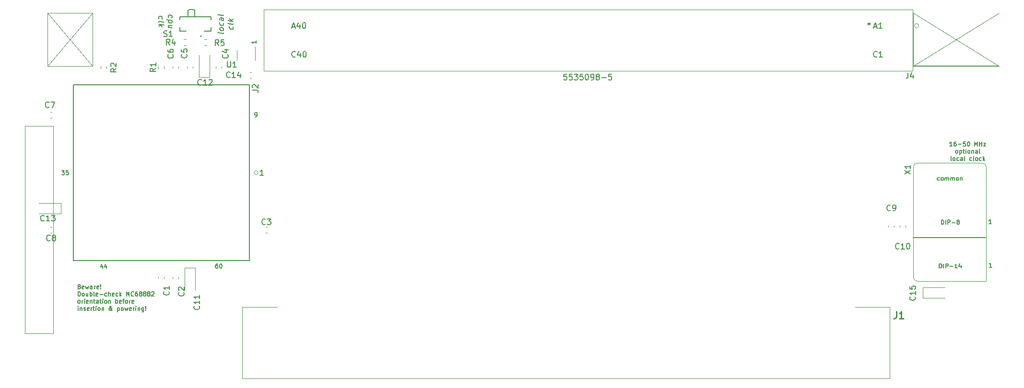
<source format=gbr>
%TF.GenerationSoftware,KiCad,Pcbnew,5.1.9+dfsg1-1~bpo10+1*%
%TF.CreationDate,2023-04-14T13:40:22+02:00*%
%TF.ProjectId,IIsiPDSAdapter,49497369-5044-4534-9164-61707465722e,rev?*%
%TF.SameCoordinates,Original*%
%TF.FileFunction,Legend,Top*%
%TF.FilePolarity,Positive*%
%FSLAX46Y46*%
G04 Gerber Fmt 4.6, Leading zero omitted, Abs format (unit mm)*
G04 Created by KiCad (PCBNEW 5.1.9+dfsg1-1~bpo10+1) date 2023-04-14 13:40:22*
%MOMM*%
%LPD*%
G01*
G04 APERTURE LIST*
%ADD10C,0.150000*%
%ADD11C,0.200000*%
%ADD12C,0.120000*%
%ADD13C,0.127000*%
%ADD14C,0.050000*%
%ADD15C,0.100000*%
%ADD16C,0.254000*%
G04 APERTURE END LIST*
D10*
X64566071Y-146393928D02*
X64673214Y-146429642D01*
X64708928Y-146465357D01*
X64744642Y-146536785D01*
X64744642Y-146643928D01*
X64708928Y-146715357D01*
X64673214Y-146751071D01*
X64601785Y-146786785D01*
X64316071Y-146786785D01*
X64316071Y-146036785D01*
X64566071Y-146036785D01*
X64637500Y-146072500D01*
X64673214Y-146108214D01*
X64708928Y-146179642D01*
X64708928Y-146251071D01*
X64673214Y-146322500D01*
X64637500Y-146358214D01*
X64566071Y-146393928D01*
X64316071Y-146393928D01*
X65351785Y-146751071D02*
X65280357Y-146786785D01*
X65137500Y-146786785D01*
X65066071Y-146751071D01*
X65030357Y-146679642D01*
X65030357Y-146393928D01*
X65066071Y-146322500D01*
X65137500Y-146286785D01*
X65280357Y-146286785D01*
X65351785Y-146322500D01*
X65387500Y-146393928D01*
X65387500Y-146465357D01*
X65030357Y-146536785D01*
X65637500Y-146286785D02*
X65780357Y-146786785D01*
X65923214Y-146429642D01*
X66066071Y-146786785D01*
X66208928Y-146286785D01*
X66816071Y-146786785D02*
X66816071Y-146393928D01*
X66780357Y-146322500D01*
X66708928Y-146286785D01*
X66566071Y-146286785D01*
X66494642Y-146322500D01*
X66816071Y-146751071D02*
X66744642Y-146786785D01*
X66566071Y-146786785D01*
X66494642Y-146751071D01*
X66458928Y-146679642D01*
X66458928Y-146608214D01*
X66494642Y-146536785D01*
X66566071Y-146501071D01*
X66744642Y-146501071D01*
X66816071Y-146465357D01*
X67173214Y-146786785D02*
X67173214Y-146286785D01*
X67173214Y-146429642D02*
X67208928Y-146358214D01*
X67244642Y-146322500D01*
X67316071Y-146286785D01*
X67387500Y-146286785D01*
X67923214Y-146751071D02*
X67851785Y-146786785D01*
X67708928Y-146786785D01*
X67637500Y-146751071D01*
X67601785Y-146679642D01*
X67601785Y-146393928D01*
X67637500Y-146322500D01*
X67708928Y-146286785D01*
X67851785Y-146286785D01*
X67923214Y-146322500D01*
X67958928Y-146393928D01*
X67958928Y-146465357D01*
X67601785Y-146536785D01*
X68280357Y-146715357D02*
X68316071Y-146751071D01*
X68280357Y-146786785D01*
X68244642Y-146751071D01*
X68280357Y-146715357D01*
X68280357Y-146786785D01*
X68280357Y-146501071D02*
X68244642Y-146072500D01*
X68280357Y-146036785D01*
X68316071Y-146072500D01*
X68280357Y-146501071D01*
X68280357Y-146036785D01*
X64316071Y-148061785D02*
X64316071Y-147311785D01*
X64494642Y-147311785D01*
X64601785Y-147347500D01*
X64673214Y-147418928D01*
X64708928Y-147490357D01*
X64744642Y-147633214D01*
X64744642Y-147740357D01*
X64708928Y-147883214D01*
X64673214Y-147954642D01*
X64601785Y-148026071D01*
X64494642Y-148061785D01*
X64316071Y-148061785D01*
X65173214Y-148061785D02*
X65101785Y-148026071D01*
X65066071Y-147990357D01*
X65030357Y-147918928D01*
X65030357Y-147704642D01*
X65066071Y-147633214D01*
X65101785Y-147597500D01*
X65173214Y-147561785D01*
X65280357Y-147561785D01*
X65351785Y-147597500D01*
X65387500Y-147633214D01*
X65423214Y-147704642D01*
X65423214Y-147918928D01*
X65387500Y-147990357D01*
X65351785Y-148026071D01*
X65280357Y-148061785D01*
X65173214Y-148061785D01*
X66066071Y-147561785D02*
X66066071Y-148061785D01*
X65744642Y-147561785D02*
X65744642Y-147954642D01*
X65780357Y-148026071D01*
X65851785Y-148061785D01*
X65958928Y-148061785D01*
X66030357Y-148026071D01*
X66066071Y-147990357D01*
X66423214Y-148061785D02*
X66423214Y-147311785D01*
X66423214Y-147597500D02*
X66494642Y-147561785D01*
X66637500Y-147561785D01*
X66708928Y-147597500D01*
X66744642Y-147633214D01*
X66780357Y-147704642D01*
X66780357Y-147918928D01*
X66744642Y-147990357D01*
X66708928Y-148026071D01*
X66637500Y-148061785D01*
X66494642Y-148061785D01*
X66423214Y-148026071D01*
X67208928Y-148061785D02*
X67137500Y-148026071D01*
X67101785Y-147954642D01*
X67101785Y-147311785D01*
X67780357Y-148026071D02*
X67708928Y-148061785D01*
X67566071Y-148061785D01*
X67494642Y-148026071D01*
X67458928Y-147954642D01*
X67458928Y-147668928D01*
X67494642Y-147597500D01*
X67566071Y-147561785D01*
X67708928Y-147561785D01*
X67780357Y-147597500D01*
X67816071Y-147668928D01*
X67816071Y-147740357D01*
X67458928Y-147811785D01*
X68137500Y-147776071D02*
X68708928Y-147776071D01*
X69387500Y-148026071D02*
X69316071Y-148061785D01*
X69173214Y-148061785D01*
X69101785Y-148026071D01*
X69066071Y-147990357D01*
X69030357Y-147918928D01*
X69030357Y-147704642D01*
X69066071Y-147633214D01*
X69101785Y-147597500D01*
X69173214Y-147561785D01*
X69316071Y-147561785D01*
X69387500Y-147597500D01*
X69708928Y-148061785D02*
X69708928Y-147311785D01*
X70030357Y-148061785D02*
X70030357Y-147668928D01*
X69994642Y-147597500D01*
X69923214Y-147561785D01*
X69816071Y-147561785D01*
X69744642Y-147597500D01*
X69708928Y-147633214D01*
X70673214Y-148026071D02*
X70601785Y-148061785D01*
X70458928Y-148061785D01*
X70387500Y-148026071D01*
X70351785Y-147954642D01*
X70351785Y-147668928D01*
X70387500Y-147597500D01*
X70458928Y-147561785D01*
X70601785Y-147561785D01*
X70673214Y-147597500D01*
X70708928Y-147668928D01*
X70708928Y-147740357D01*
X70351785Y-147811785D01*
X71351785Y-148026071D02*
X71280357Y-148061785D01*
X71137500Y-148061785D01*
X71066071Y-148026071D01*
X71030357Y-147990357D01*
X70994642Y-147918928D01*
X70994642Y-147704642D01*
X71030357Y-147633214D01*
X71066071Y-147597500D01*
X71137500Y-147561785D01*
X71280357Y-147561785D01*
X71351785Y-147597500D01*
X71673214Y-148061785D02*
X71673214Y-147311785D01*
X71744642Y-147776071D02*
X71958928Y-148061785D01*
X71958928Y-147561785D02*
X71673214Y-147847500D01*
X72851785Y-148061785D02*
X72851785Y-147311785D01*
X73101785Y-147847500D01*
X73351785Y-147311785D01*
X73351785Y-148061785D01*
X74137500Y-147990357D02*
X74101785Y-148026071D01*
X73994642Y-148061785D01*
X73923214Y-148061785D01*
X73816071Y-148026071D01*
X73744642Y-147954642D01*
X73708928Y-147883214D01*
X73673214Y-147740357D01*
X73673214Y-147633214D01*
X73708928Y-147490357D01*
X73744642Y-147418928D01*
X73816071Y-147347500D01*
X73923214Y-147311785D01*
X73994642Y-147311785D01*
X74101785Y-147347500D01*
X74137500Y-147383214D01*
X74780357Y-147311785D02*
X74637500Y-147311785D01*
X74566071Y-147347500D01*
X74530357Y-147383214D01*
X74458928Y-147490357D01*
X74423214Y-147633214D01*
X74423214Y-147918928D01*
X74458928Y-147990357D01*
X74494642Y-148026071D01*
X74566071Y-148061785D01*
X74708928Y-148061785D01*
X74780357Y-148026071D01*
X74816071Y-147990357D01*
X74851785Y-147918928D01*
X74851785Y-147740357D01*
X74816071Y-147668928D01*
X74780357Y-147633214D01*
X74708928Y-147597500D01*
X74566071Y-147597500D01*
X74494642Y-147633214D01*
X74458928Y-147668928D01*
X74423214Y-147740357D01*
X75280357Y-147633214D02*
X75208928Y-147597500D01*
X75173214Y-147561785D01*
X75137500Y-147490357D01*
X75137500Y-147454642D01*
X75173214Y-147383214D01*
X75208928Y-147347500D01*
X75280357Y-147311785D01*
X75423214Y-147311785D01*
X75494642Y-147347500D01*
X75530357Y-147383214D01*
X75566071Y-147454642D01*
X75566071Y-147490357D01*
X75530357Y-147561785D01*
X75494642Y-147597500D01*
X75423214Y-147633214D01*
X75280357Y-147633214D01*
X75208928Y-147668928D01*
X75173214Y-147704642D01*
X75137500Y-147776071D01*
X75137500Y-147918928D01*
X75173214Y-147990357D01*
X75208928Y-148026071D01*
X75280357Y-148061785D01*
X75423214Y-148061785D01*
X75494642Y-148026071D01*
X75530357Y-147990357D01*
X75566071Y-147918928D01*
X75566071Y-147776071D01*
X75530357Y-147704642D01*
X75494642Y-147668928D01*
X75423214Y-147633214D01*
X75994642Y-147633214D02*
X75923214Y-147597500D01*
X75887500Y-147561785D01*
X75851785Y-147490357D01*
X75851785Y-147454642D01*
X75887500Y-147383214D01*
X75923214Y-147347500D01*
X75994642Y-147311785D01*
X76137500Y-147311785D01*
X76208928Y-147347500D01*
X76244642Y-147383214D01*
X76280357Y-147454642D01*
X76280357Y-147490357D01*
X76244642Y-147561785D01*
X76208928Y-147597500D01*
X76137500Y-147633214D01*
X75994642Y-147633214D01*
X75923214Y-147668928D01*
X75887500Y-147704642D01*
X75851785Y-147776071D01*
X75851785Y-147918928D01*
X75887500Y-147990357D01*
X75923214Y-148026071D01*
X75994642Y-148061785D01*
X76137500Y-148061785D01*
X76208928Y-148026071D01*
X76244642Y-147990357D01*
X76280357Y-147918928D01*
X76280357Y-147776071D01*
X76244642Y-147704642D01*
X76208928Y-147668928D01*
X76137500Y-147633214D01*
X76708928Y-147633214D02*
X76637500Y-147597500D01*
X76601785Y-147561785D01*
X76566071Y-147490357D01*
X76566071Y-147454642D01*
X76601785Y-147383214D01*
X76637500Y-147347500D01*
X76708928Y-147311785D01*
X76851785Y-147311785D01*
X76923214Y-147347500D01*
X76958928Y-147383214D01*
X76994642Y-147454642D01*
X76994642Y-147490357D01*
X76958928Y-147561785D01*
X76923214Y-147597500D01*
X76851785Y-147633214D01*
X76708928Y-147633214D01*
X76637500Y-147668928D01*
X76601785Y-147704642D01*
X76566071Y-147776071D01*
X76566071Y-147918928D01*
X76601785Y-147990357D01*
X76637500Y-148026071D01*
X76708928Y-148061785D01*
X76851785Y-148061785D01*
X76923214Y-148026071D01*
X76958928Y-147990357D01*
X76994642Y-147918928D01*
X76994642Y-147776071D01*
X76958928Y-147704642D01*
X76923214Y-147668928D01*
X76851785Y-147633214D01*
X77280357Y-147383214D02*
X77316071Y-147347500D01*
X77387500Y-147311785D01*
X77566071Y-147311785D01*
X77637500Y-147347500D01*
X77673214Y-147383214D01*
X77708928Y-147454642D01*
X77708928Y-147526071D01*
X77673214Y-147633214D01*
X77244642Y-148061785D01*
X77708928Y-148061785D01*
X64423214Y-149336785D02*
X64351785Y-149301071D01*
X64316071Y-149265357D01*
X64280357Y-149193928D01*
X64280357Y-148979642D01*
X64316071Y-148908214D01*
X64351785Y-148872500D01*
X64423214Y-148836785D01*
X64530357Y-148836785D01*
X64601785Y-148872500D01*
X64637500Y-148908214D01*
X64673214Y-148979642D01*
X64673214Y-149193928D01*
X64637500Y-149265357D01*
X64601785Y-149301071D01*
X64530357Y-149336785D01*
X64423214Y-149336785D01*
X64994642Y-149336785D02*
X64994642Y-148836785D01*
X64994642Y-148979642D02*
X65030357Y-148908214D01*
X65066071Y-148872500D01*
X65137500Y-148836785D01*
X65208928Y-148836785D01*
X65458928Y-149336785D02*
X65458928Y-148836785D01*
X65458928Y-148586785D02*
X65423214Y-148622500D01*
X65458928Y-148658214D01*
X65494642Y-148622500D01*
X65458928Y-148586785D01*
X65458928Y-148658214D01*
X66101785Y-149301071D02*
X66030357Y-149336785D01*
X65887500Y-149336785D01*
X65816071Y-149301071D01*
X65780357Y-149229642D01*
X65780357Y-148943928D01*
X65816071Y-148872500D01*
X65887500Y-148836785D01*
X66030357Y-148836785D01*
X66101785Y-148872500D01*
X66137500Y-148943928D01*
X66137500Y-149015357D01*
X65780357Y-149086785D01*
X66458928Y-148836785D02*
X66458928Y-149336785D01*
X66458928Y-148908214D02*
X66494642Y-148872500D01*
X66566071Y-148836785D01*
X66673214Y-148836785D01*
X66744642Y-148872500D01*
X66780357Y-148943928D01*
X66780357Y-149336785D01*
X67030357Y-148836785D02*
X67316071Y-148836785D01*
X67137500Y-148586785D02*
X67137500Y-149229642D01*
X67173214Y-149301071D01*
X67244642Y-149336785D01*
X67316071Y-149336785D01*
X67887500Y-149336785D02*
X67887500Y-148943928D01*
X67851785Y-148872500D01*
X67780357Y-148836785D01*
X67637500Y-148836785D01*
X67566071Y-148872500D01*
X67887500Y-149301071D02*
X67816071Y-149336785D01*
X67637500Y-149336785D01*
X67566071Y-149301071D01*
X67530357Y-149229642D01*
X67530357Y-149158214D01*
X67566071Y-149086785D01*
X67637500Y-149051071D01*
X67816071Y-149051071D01*
X67887500Y-149015357D01*
X68137500Y-148836785D02*
X68423214Y-148836785D01*
X68244642Y-148586785D02*
X68244642Y-149229642D01*
X68280357Y-149301071D01*
X68351785Y-149336785D01*
X68423214Y-149336785D01*
X68673214Y-149336785D02*
X68673214Y-148836785D01*
X68673214Y-148586785D02*
X68637500Y-148622500D01*
X68673214Y-148658214D01*
X68708928Y-148622500D01*
X68673214Y-148586785D01*
X68673214Y-148658214D01*
X69137500Y-149336785D02*
X69066071Y-149301071D01*
X69030357Y-149265357D01*
X68994642Y-149193928D01*
X68994642Y-148979642D01*
X69030357Y-148908214D01*
X69066071Y-148872500D01*
X69137500Y-148836785D01*
X69244642Y-148836785D01*
X69316071Y-148872500D01*
X69351785Y-148908214D01*
X69387500Y-148979642D01*
X69387500Y-149193928D01*
X69351785Y-149265357D01*
X69316071Y-149301071D01*
X69244642Y-149336785D01*
X69137500Y-149336785D01*
X69708928Y-148836785D02*
X69708928Y-149336785D01*
X69708928Y-148908214D02*
X69744642Y-148872500D01*
X69816071Y-148836785D01*
X69923214Y-148836785D01*
X69994642Y-148872500D01*
X70030357Y-148943928D01*
X70030357Y-149336785D01*
X70958928Y-149336785D02*
X70958928Y-148586785D01*
X70958928Y-148872500D02*
X71030357Y-148836785D01*
X71173214Y-148836785D01*
X71244642Y-148872500D01*
X71280357Y-148908214D01*
X71316071Y-148979642D01*
X71316071Y-149193928D01*
X71280357Y-149265357D01*
X71244642Y-149301071D01*
X71173214Y-149336785D01*
X71030357Y-149336785D01*
X70958928Y-149301071D01*
X71923214Y-149301071D02*
X71851785Y-149336785D01*
X71708928Y-149336785D01*
X71637500Y-149301071D01*
X71601785Y-149229642D01*
X71601785Y-148943928D01*
X71637500Y-148872500D01*
X71708928Y-148836785D01*
X71851785Y-148836785D01*
X71923214Y-148872500D01*
X71958928Y-148943928D01*
X71958928Y-149015357D01*
X71601785Y-149086785D01*
X72173214Y-148836785D02*
X72458928Y-148836785D01*
X72280357Y-149336785D02*
X72280357Y-148693928D01*
X72316071Y-148622500D01*
X72387500Y-148586785D01*
X72458928Y-148586785D01*
X72816071Y-149336785D02*
X72744642Y-149301071D01*
X72708928Y-149265357D01*
X72673214Y-149193928D01*
X72673214Y-148979642D01*
X72708928Y-148908214D01*
X72744642Y-148872500D01*
X72816071Y-148836785D01*
X72923214Y-148836785D01*
X72994642Y-148872500D01*
X73030357Y-148908214D01*
X73066071Y-148979642D01*
X73066071Y-149193928D01*
X73030357Y-149265357D01*
X72994642Y-149301071D01*
X72923214Y-149336785D01*
X72816071Y-149336785D01*
X73387500Y-149336785D02*
X73387500Y-148836785D01*
X73387500Y-148979642D02*
X73423214Y-148908214D01*
X73458928Y-148872500D01*
X73530357Y-148836785D01*
X73601785Y-148836785D01*
X74137500Y-149301071D02*
X74066071Y-149336785D01*
X73923214Y-149336785D01*
X73851785Y-149301071D01*
X73816071Y-149229642D01*
X73816071Y-148943928D01*
X73851785Y-148872500D01*
X73923214Y-148836785D01*
X74066071Y-148836785D01*
X74137500Y-148872500D01*
X74173214Y-148943928D01*
X74173214Y-149015357D01*
X73816071Y-149086785D01*
X64316071Y-150611785D02*
X64316071Y-150111785D01*
X64316071Y-149861785D02*
X64280357Y-149897500D01*
X64316071Y-149933214D01*
X64351785Y-149897500D01*
X64316071Y-149861785D01*
X64316071Y-149933214D01*
X64673214Y-150111785D02*
X64673214Y-150611785D01*
X64673214Y-150183214D02*
X64708928Y-150147500D01*
X64780357Y-150111785D01*
X64887500Y-150111785D01*
X64958928Y-150147500D01*
X64994642Y-150218928D01*
X64994642Y-150611785D01*
X65316071Y-150576071D02*
X65387500Y-150611785D01*
X65530357Y-150611785D01*
X65601785Y-150576071D01*
X65637500Y-150504642D01*
X65637500Y-150468928D01*
X65601785Y-150397500D01*
X65530357Y-150361785D01*
X65423214Y-150361785D01*
X65351785Y-150326071D01*
X65316071Y-150254642D01*
X65316071Y-150218928D01*
X65351785Y-150147500D01*
X65423214Y-150111785D01*
X65530357Y-150111785D01*
X65601785Y-150147500D01*
X66244642Y-150576071D02*
X66173214Y-150611785D01*
X66030357Y-150611785D01*
X65958928Y-150576071D01*
X65923214Y-150504642D01*
X65923214Y-150218928D01*
X65958928Y-150147500D01*
X66030357Y-150111785D01*
X66173214Y-150111785D01*
X66244642Y-150147500D01*
X66280357Y-150218928D01*
X66280357Y-150290357D01*
X65923214Y-150361785D01*
X66601785Y-150611785D02*
X66601785Y-150111785D01*
X66601785Y-150254642D02*
X66637500Y-150183214D01*
X66673214Y-150147500D01*
X66744642Y-150111785D01*
X66816071Y-150111785D01*
X66958928Y-150111785D02*
X67244642Y-150111785D01*
X67066071Y-149861785D02*
X67066071Y-150504642D01*
X67101785Y-150576071D01*
X67173214Y-150611785D01*
X67244642Y-150611785D01*
X67494642Y-150611785D02*
X67494642Y-150111785D01*
X67494642Y-149861785D02*
X67458928Y-149897500D01*
X67494642Y-149933214D01*
X67530357Y-149897500D01*
X67494642Y-149861785D01*
X67494642Y-149933214D01*
X67958928Y-150611785D02*
X67887500Y-150576071D01*
X67851785Y-150540357D01*
X67816071Y-150468928D01*
X67816071Y-150254642D01*
X67851785Y-150183214D01*
X67887500Y-150147500D01*
X67958928Y-150111785D01*
X68066071Y-150111785D01*
X68137500Y-150147500D01*
X68173214Y-150183214D01*
X68208928Y-150254642D01*
X68208928Y-150468928D01*
X68173214Y-150540357D01*
X68137500Y-150576071D01*
X68066071Y-150611785D01*
X67958928Y-150611785D01*
X68530357Y-150111785D02*
X68530357Y-150611785D01*
X68530357Y-150183214D02*
X68566071Y-150147500D01*
X68637500Y-150111785D01*
X68744642Y-150111785D01*
X68816071Y-150147500D01*
X68851785Y-150218928D01*
X68851785Y-150611785D01*
X70387500Y-150611785D02*
X70351785Y-150611785D01*
X70280357Y-150576071D01*
X70173214Y-150468928D01*
X69994642Y-150254642D01*
X69923214Y-150147500D01*
X69887500Y-150040357D01*
X69887500Y-149968928D01*
X69923214Y-149897500D01*
X69994642Y-149861785D01*
X70030357Y-149861785D01*
X70101785Y-149897500D01*
X70137500Y-149968928D01*
X70137500Y-150004642D01*
X70101785Y-150076071D01*
X70066071Y-150111785D01*
X69851785Y-150254642D01*
X69816071Y-150290357D01*
X69780357Y-150361785D01*
X69780357Y-150468928D01*
X69816071Y-150540357D01*
X69851785Y-150576071D01*
X69923214Y-150611785D01*
X70030357Y-150611785D01*
X70101785Y-150576071D01*
X70137500Y-150540357D01*
X70244642Y-150397500D01*
X70280357Y-150290357D01*
X70280357Y-150218928D01*
X71280357Y-150111785D02*
X71280357Y-150861785D01*
X71280357Y-150147500D02*
X71351785Y-150111785D01*
X71494642Y-150111785D01*
X71566071Y-150147500D01*
X71601785Y-150183214D01*
X71637500Y-150254642D01*
X71637500Y-150468928D01*
X71601785Y-150540357D01*
X71566071Y-150576071D01*
X71494642Y-150611785D01*
X71351785Y-150611785D01*
X71280357Y-150576071D01*
X72066071Y-150611785D02*
X71994642Y-150576071D01*
X71958928Y-150540357D01*
X71923214Y-150468928D01*
X71923214Y-150254642D01*
X71958928Y-150183214D01*
X71994642Y-150147500D01*
X72066071Y-150111785D01*
X72173214Y-150111785D01*
X72244642Y-150147500D01*
X72280357Y-150183214D01*
X72316071Y-150254642D01*
X72316071Y-150468928D01*
X72280357Y-150540357D01*
X72244642Y-150576071D01*
X72173214Y-150611785D01*
X72066071Y-150611785D01*
X72566071Y-150111785D02*
X72708928Y-150611785D01*
X72851785Y-150254642D01*
X72994642Y-150611785D01*
X73137500Y-150111785D01*
X73708928Y-150576071D02*
X73637500Y-150611785D01*
X73494642Y-150611785D01*
X73423214Y-150576071D01*
X73387500Y-150504642D01*
X73387500Y-150218928D01*
X73423214Y-150147500D01*
X73494642Y-150111785D01*
X73637500Y-150111785D01*
X73708928Y-150147500D01*
X73744642Y-150218928D01*
X73744642Y-150290357D01*
X73387500Y-150361785D01*
X74066071Y-150611785D02*
X74066071Y-150111785D01*
X74066071Y-150254642D02*
X74101785Y-150183214D01*
X74137500Y-150147500D01*
X74208928Y-150111785D01*
X74280357Y-150111785D01*
X74530357Y-150611785D02*
X74530357Y-150111785D01*
X74530357Y-149861785D02*
X74494642Y-149897500D01*
X74530357Y-149933214D01*
X74566071Y-149897500D01*
X74530357Y-149861785D01*
X74530357Y-149933214D01*
X74887500Y-150111785D02*
X74887500Y-150611785D01*
X74887500Y-150183214D02*
X74923214Y-150147500D01*
X74994642Y-150111785D01*
X75101785Y-150111785D01*
X75173214Y-150147500D01*
X75208928Y-150218928D01*
X75208928Y-150611785D01*
X75887500Y-150111785D02*
X75887500Y-150718928D01*
X75851785Y-150790357D01*
X75816071Y-150826071D01*
X75744642Y-150861785D01*
X75637500Y-150861785D01*
X75566071Y-150826071D01*
X75887500Y-150576071D02*
X75816071Y-150611785D01*
X75673214Y-150611785D01*
X75601785Y-150576071D01*
X75566071Y-150540357D01*
X75530357Y-150468928D01*
X75530357Y-150254642D01*
X75566071Y-150183214D01*
X75601785Y-150147500D01*
X75673214Y-150111785D01*
X75816071Y-150111785D01*
X75887500Y-150147500D01*
X76244642Y-150540357D02*
X76280357Y-150576071D01*
X76244642Y-150611785D01*
X76208928Y-150576071D01*
X76244642Y-150540357D01*
X76244642Y-150611785D01*
X76244642Y-150326071D02*
X76208928Y-149897500D01*
X76244642Y-149861785D01*
X76280357Y-149897500D01*
X76244642Y-150326071D01*
X76244642Y-149861785D01*
X218637857Y-121554285D02*
X218209285Y-121554285D01*
X218423571Y-121554285D02*
X218423571Y-120804285D01*
X218352142Y-120911428D01*
X218280714Y-120982857D01*
X218209285Y-121018571D01*
X219280714Y-120804285D02*
X219137857Y-120804285D01*
X219066428Y-120840000D01*
X219030714Y-120875714D01*
X218959285Y-120982857D01*
X218923571Y-121125714D01*
X218923571Y-121411428D01*
X218959285Y-121482857D01*
X218995000Y-121518571D01*
X219066428Y-121554285D01*
X219209285Y-121554285D01*
X219280714Y-121518571D01*
X219316428Y-121482857D01*
X219352142Y-121411428D01*
X219352142Y-121232857D01*
X219316428Y-121161428D01*
X219280714Y-121125714D01*
X219209285Y-121090000D01*
X219066428Y-121090000D01*
X218995000Y-121125714D01*
X218959285Y-121161428D01*
X218923571Y-121232857D01*
X219673571Y-121268571D02*
X220245000Y-121268571D01*
X220959285Y-120804285D02*
X220602142Y-120804285D01*
X220566428Y-121161428D01*
X220602142Y-121125714D01*
X220673571Y-121090000D01*
X220852142Y-121090000D01*
X220923571Y-121125714D01*
X220959285Y-121161428D01*
X220995000Y-121232857D01*
X220995000Y-121411428D01*
X220959285Y-121482857D01*
X220923571Y-121518571D01*
X220852142Y-121554285D01*
X220673571Y-121554285D01*
X220602142Y-121518571D01*
X220566428Y-121482857D01*
X221459285Y-120804285D02*
X221530714Y-120804285D01*
X221602142Y-120840000D01*
X221637857Y-120875714D01*
X221673571Y-120947142D01*
X221709285Y-121090000D01*
X221709285Y-121268571D01*
X221673571Y-121411428D01*
X221637857Y-121482857D01*
X221602142Y-121518571D01*
X221530714Y-121554285D01*
X221459285Y-121554285D01*
X221387857Y-121518571D01*
X221352142Y-121482857D01*
X221316428Y-121411428D01*
X221280714Y-121268571D01*
X221280714Y-121090000D01*
X221316428Y-120947142D01*
X221352142Y-120875714D01*
X221387857Y-120840000D01*
X221459285Y-120804285D01*
X222602142Y-121554285D02*
X222602142Y-120804285D01*
X222852142Y-121340000D01*
X223102142Y-120804285D01*
X223102142Y-121554285D01*
X223459285Y-121554285D02*
X223459285Y-120804285D01*
X223459285Y-121161428D02*
X223887857Y-121161428D01*
X223887857Y-121554285D02*
X223887857Y-120804285D01*
X224173571Y-121054285D02*
X224566428Y-121054285D01*
X224173571Y-121554285D01*
X224566428Y-121554285D01*
X219370000Y-122829285D02*
X219298571Y-122793571D01*
X219262857Y-122757857D01*
X219227142Y-122686428D01*
X219227142Y-122472142D01*
X219262857Y-122400714D01*
X219298571Y-122365000D01*
X219370000Y-122329285D01*
X219477142Y-122329285D01*
X219548571Y-122365000D01*
X219584285Y-122400714D01*
X219620000Y-122472142D01*
X219620000Y-122686428D01*
X219584285Y-122757857D01*
X219548571Y-122793571D01*
X219477142Y-122829285D01*
X219370000Y-122829285D01*
X219941428Y-122329285D02*
X219941428Y-123079285D01*
X219941428Y-122365000D02*
X220012857Y-122329285D01*
X220155714Y-122329285D01*
X220227142Y-122365000D01*
X220262857Y-122400714D01*
X220298571Y-122472142D01*
X220298571Y-122686428D01*
X220262857Y-122757857D01*
X220227142Y-122793571D01*
X220155714Y-122829285D01*
X220012857Y-122829285D01*
X219941428Y-122793571D01*
X220512857Y-122329285D02*
X220798571Y-122329285D01*
X220620000Y-122079285D02*
X220620000Y-122722142D01*
X220655714Y-122793571D01*
X220727142Y-122829285D01*
X220798571Y-122829285D01*
X221048571Y-122829285D02*
X221048571Y-122329285D01*
X221048571Y-122079285D02*
X221012857Y-122115000D01*
X221048571Y-122150714D01*
X221084285Y-122115000D01*
X221048571Y-122079285D01*
X221048571Y-122150714D01*
X221512857Y-122829285D02*
X221441428Y-122793571D01*
X221405714Y-122757857D01*
X221370000Y-122686428D01*
X221370000Y-122472142D01*
X221405714Y-122400714D01*
X221441428Y-122365000D01*
X221512857Y-122329285D01*
X221620000Y-122329285D01*
X221691428Y-122365000D01*
X221727142Y-122400714D01*
X221762857Y-122472142D01*
X221762857Y-122686428D01*
X221727142Y-122757857D01*
X221691428Y-122793571D01*
X221620000Y-122829285D01*
X221512857Y-122829285D01*
X222084285Y-122329285D02*
X222084285Y-122829285D01*
X222084285Y-122400714D02*
X222120000Y-122365000D01*
X222191428Y-122329285D01*
X222298571Y-122329285D01*
X222370000Y-122365000D01*
X222405714Y-122436428D01*
X222405714Y-122829285D01*
X223084285Y-122829285D02*
X223084285Y-122436428D01*
X223048571Y-122365000D01*
X222977142Y-122329285D01*
X222834285Y-122329285D01*
X222762857Y-122365000D01*
X223084285Y-122793571D02*
X223012857Y-122829285D01*
X222834285Y-122829285D01*
X222762857Y-122793571D01*
X222727142Y-122722142D01*
X222727142Y-122650714D01*
X222762857Y-122579285D01*
X222834285Y-122543571D01*
X223012857Y-122543571D01*
X223084285Y-122507857D01*
X223548571Y-122829285D02*
X223477142Y-122793571D01*
X223441428Y-122722142D01*
X223441428Y-122079285D01*
X218495000Y-124104285D02*
X218423571Y-124068571D01*
X218387857Y-123997142D01*
X218387857Y-123354285D01*
X218887857Y-124104285D02*
X218816428Y-124068571D01*
X218780714Y-124032857D01*
X218745000Y-123961428D01*
X218745000Y-123747142D01*
X218780714Y-123675714D01*
X218816428Y-123640000D01*
X218887857Y-123604285D01*
X218995000Y-123604285D01*
X219066428Y-123640000D01*
X219102142Y-123675714D01*
X219137857Y-123747142D01*
X219137857Y-123961428D01*
X219102142Y-124032857D01*
X219066428Y-124068571D01*
X218995000Y-124104285D01*
X218887857Y-124104285D01*
X219780714Y-124068571D02*
X219709285Y-124104285D01*
X219566428Y-124104285D01*
X219495000Y-124068571D01*
X219459285Y-124032857D01*
X219423571Y-123961428D01*
X219423571Y-123747142D01*
X219459285Y-123675714D01*
X219495000Y-123640000D01*
X219566428Y-123604285D01*
X219709285Y-123604285D01*
X219780714Y-123640000D01*
X220423571Y-124104285D02*
X220423571Y-123711428D01*
X220387857Y-123640000D01*
X220316428Y-123604285D01*
X220173571Y-123604285D01*
X220102142Y-123640000D01*
X220423571Y-124068571D02*
X220352142Y-124104285D01*
X220173571Y-124104285D01*
X220102142Y-124068571D01*
X220066428Y-123997142D01*
X220066428Y-123925714D01*
X220102142Y-123854285D01*
X220173571Y-123818571D01*
X220352142Y-123818571D01*
X220423571Y-123782857D01*
X220887857Y-124104285D02*
X220816428Y-124068571D01*
X220780714Y-123997142D01*
X220780714Y-123354285D01*
X222066428Y-124068571D02*
X221995000Y-124104285D01*
X221852142Y-124104285D01*
X221780714Y-124068571D01*
X221745000Y-124032857D01*
X221709285Y-123961428D01*
X221709285Y-123747142D01*
X221745000Y-123675714D01*
X221780714Y-123640000D01*
X221852142Y-123604285D01*
X221995000Y-123604285D01*
X222066428Y-123640000D01*
X222495000Y-124104285D02*
X222423571Y-124068571D01*
X222387857Y-123997142D01*
X222387857Y-123354285D01*
X222887857Y-124104285D02*
X222816428Y-124068571D01*
X222780714Y-124032857D01*
X222745000Y-123961428D01*
X222745000Y-123747142D01*
X222780714Y-123675714D01*
X222816428Y-123640000D01*
X222887857Y-123604285D01*
X222995000Y-123604285D01*
X223066428Y-123640000D01*
X223102142Y-123675714D01*
X223137857Y-123747142D01*
X223137857Y-123961428D01*
X223102142Y-124032857D01*
X223066428Y-124068571D01*
X222995000Y-124104285D01*
X222887857Y-124104285D01*
X223780714Y-124068571D02*
X223709285Y-124104285D01*
X223566428Y-124104285D01*
X223495000Y-124068571D01*
X223459285Y-124032857D01*
X223423571Y-123961428D01*
X223423571Y-123747142D01*
X223459285Y-123675714D01*
X223495000Y-123640000D01*
X223566428Y-123604285D01*
X223709285Y-123604285D01*
X223780714Y-123640000D01*
X224102142Y-124104285D02*
X224102142Y-123354285D01*
X224173571Y-123818571D02*
X224387857Y-124104285D01*
X224387857Y-123604285D02*
X224102142Y-123890000D01*
X216360714Y-127583571D02*
X216289285Y-127619285D01*
X216146428Y-127619285D01*
X216075000Y-127583571D01*
X216039285Y-127547857D01*
X216003571Y-127476428D01*
X216003571Y-127262142D01*
X216039285Y-127190714D01*
X216075000Y-127155000D01*
X216146428Y-127119285D01*
X216289285Y-127119285D01*
X216360714Y-127155000D01*
X216789285Y-127619285D02*
X216717857Y-127583571D01*
X216682142Y-127547857D01*
X216646428Y-127476428D01*
X216646428Y-127262142D01*
X216682142Y-127190714D01*
X216717857Y-127155000D01*
X216789285Y-127119285D01*
X216896428Y-127119285D01*
X216967857Y-127155000D01*
X217003571Y-127190714D01*
X217039285Y-127262142D01*
X217039285Y-127476428D01*
X217003571Y-127547857D01*
X216967857Y-127583571D01*
X216896428Y-127619285D01*
X216789285Y-127619285D01*
X217360714Y-127619285D02*
X217360714Y-127119285D01*
X217360714Y-127190714D02*
X217396428Y-127155000D01*
X217467857Y-127119285D01*
X217575000Y-127119285D01*
X217646428Y-127155000D01*
X217682142Y-127226428D01*
X217682142Y-127619285D01*
X217682142Y-127226428D02*
X217717857Y-127155000D01*
X217789285Y-127119285D01*
X217896428Y-127119285D01*
X217967857Y-127155000D01*
X218003571Y-127226428D01*
X218003571Y-127619285D01*
X218360714Y-127619285D02*
X218360714Y-127119285D01*
X218360714Y-127190714D02*
X218396428Y-127155000D01*
X218467857Y-127119285D01*
X218575000Y-127119285D01*
X218646428Y-127155000D01*
X218682142Y-127226428D01*
X218682142Y-127619285D01*
X218682142Y-127226428D02*
X218717857Y-127155000D01*
X218789285Y-127119285D01*
X218896428Y-127119285D01*
X218967857Y-127155000D01*
X219003571Y-127226428D01*
X219003571Y-127619285D01*
X219467857Y-127619285D02*
X219396428Y-127583571D01*
X219360714Y-127547857D01*
X219325000Y-127476428D01*
X219325000Y-127262142D01*
X219360714Y-127190714D01*
X219396428Y-127155000D01*
X219467857Y-127119285D01*
X219575000Y-127119285D01*
X219646428Y-127155000D01*
X219682142Y-127190714D01*
X219717857Y-127262142D01*
X219717857Y-127476428D01*
X219682142Y-127547857D01*
X219646428Y-127583571D01*
X219575000Y-127619285D01*
X219467857Y-127619285D01*
X220039285Y-127119285D02*
X220039285Y-127619285D01*
X220039285Y-127190714D02*
X220075000Y-127155000D01*
X220146428Y-127119285D01*
X220253571Y-127119285D01*
X220325000Y-127155000D01*
X220360714Y-127226428D01*
X220360714Y-127619285D01*
X216708571Y-135379285D02*
X216708571Y-134629285D01*
X216887142Y-134629285D01*
X216994285Y-134665000D01*
X217065714Y-134736428D01*
X217101428Y-134807857D01*
X217137142Y-134950714D01*
X217137142Y-135057857D01*
X217101428Y-135200714D01*
X217065714Y-135272142D01*
X216994285Y-135343571D01*
X216887142Y-135379285D01*
X216708571Y-135379285D01*
X217458571Y-135379285D02*
X217458571Y-134629285D01*
X217815714Y-135379285D02*
X217815714Y-134629285D01*
X218101428Y-134629285D01*
X218172857Y-134665000D01*
X218208571Y-134700714D01*
X218244285Y-134772142D01*
X218244285Y-134879285D01*
X218208571Y-134950714D01*
X218172857Y-134986428D01*
X218101428Y-135022142D01*
X217815714Y-135022142D01*
X218565714Y-135093571D02*
X219137142Y-135093571D01*
X219601428Y-134950714D02*
X219530000Y-134915000D01*
X219494285Y-134879285D01*
X219458571Y-134807857D01*
X219458571Y-134772142D01*
X219494285Y-134700714D01*
X219530000Y-134665000D01*
X219601428Y-134629285D01*
X219744285Y-134629285D01*
X219815714Y-134665000D01*
X219851428Y-134700714D01*
X219887142Y-134772142D01*
X219887142Y-134807857D01*
X219851428Y-134879285D01*
X219815714Y-134915000D01*
X219744285Y-134950714D01*
X219601428Y-134950714D01*
X219530000Y-134986428D01*
X219494285Y-135022142D01*
X219458571Y-135093571D01*
X219458571Y-135236428D01*
X219494285Y-135307857D01*
X219530000Y-135343571D01*
X219601428Y-135379285D01*
X219744285Y-135379285D01*
X219815714Y-135343571D01*
X219851428Y-135307857D01*
X219887142Y-135236428D01*
X219887142Y-135093571D01*
X219851428Y-135022142D01*
X219815714Y-134986428D01*
X219744285Y-134950714D01*
X216351428Y-143109285D02*
X216351428Y-142359285D01*
X216530000Y-142359285D01*
X216637142Y-142395000D01*
X216708571Y-142466428D01*
X216744285Y-142537857D01*
X216780000Y-142680714D01*
X216780000Y-142787857D01*
X216744285Y-142930714D01*
X216708571Y-143002142D01*
X216637142Y-143073571D01*
X216530000Y-143109285D01*
X216351428Y-143109285D01*
X217101428Y-143109285D02*
X217101428Y-142359285D01*
X217458571Y-143109285D02*
X217458571Y-142359285D01*
X217744285Y-142359285D01*
X217815714Y-142395000D01*
X217851428Y-142430714D01*
X217887142Y-142502142D01*
X217887142Y-142609285D01*
X217851428Y-142680714D01*
X217815714Y-142716428D01*
X217744285Y-142752142D01*
X217458571Y-142752142D01*
X218208571Y-142823571D02*
X218780000Y-142823571D01*
X219530000Y-143109285D02*
X219101428Y-143109285D01*
X219315714Y-143109285D02*
X219315714Y-142359285D01*
X219244285Y-142466428D01*
X219172857Y-142537857D01*
X219101428Y-142573571D01*
X220172857Y-142609285D02*
X220172857Y-143109285D01*
X219994285Y-142323571D02*
X219815714Y-142859285D01*
X220280000Y-142859285D01*
X225574285Y-135289285D02*
X225145714Y-135289285D01*
X225360000Y-135289285D02*
X225360000Y-134539285D01*
X225288571Y-134646428D01*
X225217142Y-134717857D01*
X225145714Y-134753571D01*
X225594285Y-142959285D02*
X225165714Y-142959285D01*
X225380000Y-142959285D02*
X225380000Y-142209285D01*
X225308571Y-142316428D01*
X225237142Y-142387857D01*
X225165714Y-142423571D01*
X95749285Y-102965714D02*
X95749285Y-103394285D01*
X95749285Y-103180000D02*
X94999285Y-103180000D01*
X95106428Y-103251428D01*
X95177857Y-103322857D01*
X95213571Y-103394285D01*
D11*
X90012380Y-101520238D02*
X89964761Y-101609523D01*
X89869523Y-101645238D01*
X89012380Y-101538095D01*
X90012380Y-100996428D02*
X89964761Y-101085714D01*
X89917142Y-101127380D01*
X89821904Y-101163095D01*
X89536190Y-101127380D01*
X89440952Y-101067857D01*
X89393333Y-101014285D01*
X89345714Y-100913095D01*
X89345714Y-100770238D01*
X89393333Y-100680952D01*
X89440952Y-100639285D01*
X89536190Y-100603571D01*
X89821904Y-100639285D01*
X89917142Y-100698809D01*
X89964761Y-100752380D01*
X90012380Y-100853571D01*
X90012380Y-100996428D01*
X89964761Y-99800000D02*
X90012380Y-99901190D01*
X90012380Y-100091666D01*
X89964761Y-100180952D01*
X89917142Y-100222619D01*
X89821904Y-100258333D01*
X89536190Y-100222619D01*
X89440952Y-100163095D01*
X89393333Y-100109523D01*
X89345714Y-100008333D01*
X89345714Y-99817857D01*
X89393333Y-99728571D01*
X90012380Y-98948809D02*
X89488571Y-98883333D01*
X89393333Y-98919047D01*
X89345714Y-99008333D01*
X89345714Y-99198809D01*
X89393333Y-99300000D01*
X89964761Y-98942857D02*
X90012380Y-99044047D01*
X90012380Y-99282142D01*
X89964761Y-99371428D01*
X89869523Y-99407142D01*
X89774285Y-99395238D01*
X89679047Y-99335714D01*
X89631428Y-99234523D01*
X89631428Y-98996428D01*
X89583809Y-98895238D01*
X90012380Y-98329761D02*
X89964761Y-98419047D01*
X89869523Y-98454761D01*
X89012380Y-98347619D01*
X91664761Y-100466666D02*
X91712380Y-100567857D01*
X91712380Y-100758333D01*
X91664761Y-100847619D01*
X91617142Y-100889285D01*
X91521904Y-100925000D01*
X91236190Y-100889285D01*
X91140952Y-100829761D01*
X91093333Y-100776190D01*
X91045714Y-100675000D01*
X91045714Y-100484523D01*
X91093333Y-100395238D01*
X91712380Y-99901190D02*
X91664761Y-99990476D01*
X91569523Y-100026190D01*
X90712380Y-99919047D01*
X91712380Y-99520238D02*
X90712380Y-99395238D01*
X91331428Y-99377380D02*
X91712380Y-99139285D01*
X91045714Y-99055952D02*
X91426666Y-99484523D01*
D10*
X61442857Y-125889285D02*
X61907142Y-125889285D01*
X61657142Y-126175000D01*
X61764285Y-126175000D01*
X61835714Y-126210714D01*
X61871428Y-126246428D01*
X61907142Y-126317857D01*
X61907142Y-126496428D01*
X61871428Y-126567857D01*
X61835714Y-126603571D01*
X61764285Y-126639285D01*
X61550000Y-126639285D01*
X61478571Y-126603571D01*
X61442857Y-126567857D01*
X62585714Y-125889285D02*
X62228571Y-125889285D01*
X62192857Y-126246428D01*
X62228571Y-126210714D01*
X62300000Y-126175000D01*
X62478571Y-126175000D01*
X62550000Y-126210714D01*
X62585714Y-126246428D01*
X62621428Y-126317857D01*
X62621428Y-126496428D01*
X62585714Y-126567857D01*
X62550000Y-126603571D01*
X62478571Y-126639285D01*
X62300000Y-126639285D01*
X62228571Y-126603571D01*
X62192857Y-126567857D01*
X88935714Y-142389285D02*
X88792857Y-142389285D01*
X88721428Y-142425000D01*
X88685714Y-142460714D01*
X88614285Y-142567857D01*
X88578571Y-142710714D01*
X88578571Y-142996428D01*
X88614285Y-143067857D01*
X88650000Y-143103571D01*
X88721428Y-143139285D01*
X88864285Y-143139285D01*
X88935714Y-143103571D01*
X88971428Y-143067857D01*
X89007142Y-142996428D01*
X89007142Y-142817857D01*
X88971428Y-142746428D01*
X88935714Y-142710714D01*
X88864285Y-142675000D01*
X88721428Y-142675000D01*
X88650000Y-142710714D01*
X88614285Y-142746428D01*
X88578571Y-142817857D01*
X89471428Y-142389285D02*
X89542857Y-142389285D01*
X89614285Y-142425000D01*
X89650000Y-142460714D01*
X89685714Y-142532142D01*
X89721428Y-142675000D01*
X89721428Y-142853571D01*
X89685714Y-142996428D01*
X89650000Y-143067857D01*
X89614285Y-143103571D01*
X89542857Y-143139285D01*
X89471428Y-143139285D01*
X89400000Y-143103571D01*
X89364285Y-143067857D01*
X89328571Y-142996428D01*
X89292857Y-142853571D01*
X89292857Y-142675000D01*
X89328571Y-142532142D01*
X89364285Y-142460714D01*
X89400000Y-142425000D01*
X89471428Y-142389285D01*
X68635714Y-142639285D02*
X68635714Y-143139285D01*
X68457142Y-142353571D02*
X68278571Y-142889285D01*
X68742857Y-142889285D01*
X69350000Y-142639285D02*
X69350000Y-143139285D01*
X69171428Y-142353571D02*
X68992857Y-142889285D01*
X69457142Y-142889285D01*
X95557142Y-116389285D02*
X95700000Y-116389285D01*
X95771428Y-116353571D01*
X95807142Y-116317857D01*
X95878571Y-116210714D01*
X95914285Y-116067857D01*
X95914285Y-115782142D01*
X95878571Y-115710714D01*
X95842857Y-115675000D01*
X95771428Y-115639285D01*
X95628571Y-115639285D01*
X95557142Y-115675000D01*
X95521428Y-115710714D01*
X95485714Y-115782142D01*
X95485714Y-115960714D01*
X95521428Y-116032142D01*
X95557142Y-116067857D01*
X95628571Y-116103571D01*
X95771428Y-116103571D01*
X95842857Y-116067857D01*
X95878571Y-116032142D01*
X95914285Y-115960714D01*
D11*
X97035714Y-126752380D02*
X96464285Y-126752380D01*
X96750000Y-126752380D02*
X96750000Y-125752380D01*
X96654761Y-125895238D01*
X96559523Y-125990476D01*
X96464285Y-126038095D01*
X80275238Y-98845238D02*
X80227619Y-98744047D01*
X80227619Y-98553571D01*
X80275238Y-98464285D01*
X80322857Y-98422619D01*
X80418095Y-98386904D01*
X80703809Y-98422619D01*
X80799047Y-98482142D01*
X80846666Y-98535714D01*
X80894285Y-98636904D01*
X80894285Y-98827380D01*
X80846666Y-98916666D01*
X80894285Y-99351190D02*
X79894285Y-99226190D01*
X80846666Y-99345238D02*
X80894285Y-99446428D01*
X80894285Y-99636904D01*
X80846666Y-99726190D01*
X80799047Y-99767857D01*
X80703809Y-99803571D01*
X80418095Y-99767857D01*
X80322857Y-99708333D01*
X80275238Y-99654761D01*
X80227619Y-99553571D01*
X80227619Y-99363095D01*
X80275238Y-99273809D01*
X80894285Y-100684523D02*
X80227619Y-100601190D01*
X80894285Y-100255952D02*
X80370476Y-100190476D01*
X80275238Y-100226190D01*
X80227619Y-100315476D01*
X80227619Y-100458333D01*
X80275238Y-100559523D01*
X80322857Y-100613095D01*
X78575238Y-99083333D02*
X78527619Y-98982142D01*
X78527619Y-98791666D01*
X78575238Y-98702380D01*
X78622857Y-98660714D01*
X78718095Y-98625000D01*
X79003809Y-98660714D01*
X79099047Y-98720238D01*
X79146666Y-98773809D01*
X79194285Y-98875000D01*
X79194285Y-99065476D01*
X79146666Y-99154761D01*
X78527619Y-99648809D02*
X78575238Y-99559523D01*
X78670476Y-99523809D01*
X79527619Y-99630952D01*
X78527619Y-100029761D02*
X79527619Y-100154761D01*
X78908571Y-100172619D02*
X78527619Y-100410714D01*
X79194285Y-100494047D02*
X78813333Y-100065476D01*
D12*
X54900000Y-118000000D02*
X54900000Y-154700000D01*
X59900000Y-118000000D02*
X54900000Y-118000000D01*
X59900000Y-154700000D02*
X59900000Y-118000000D01*
X54900000Y-154700000D02*
X59900000Y-154700000D01*
X66900000Y-107400000D02*
X58900000Y-98000000D01*
X66900000Y-98000000D02*
X58900000Y-107400000D01*
X58900000Y-98000000D02*
X66900000Y-98000000D01*
X58900000Y-107400000D02*
X58900000Y-98000000D01*
X66900000Y-107400000D02*
X58900000Y-107400000D01*
X66900000Y-98000000D02*
X66900000Y-107400000D01*
X211730000Y-107400000D02*
X226900000Y-98000000D01*
X211730000Y-98000000D02*
X226900000Y-107400000D01*
X211730000Y-107400000D02*
X211730000Y-98000000D01*
D10*
X226900000Y-107400000D02*
X211730000Y-107400000D01*
D13*
%TO.C,S1*%
X87750000Y-101245000D02*
X86620000Y-101245000D01*
X83380000Y-101245000D02*
X82250000Y-101245000D01*
X82250000Y-101245000D02*
X82250000Y-100595000D01*
X82250000Y-98745000D02*
X82250000Y-99255000D01*
X87750000Y-100595000D02*
X87750000Y-101245000D01*
X87750000Y-98745000D02*
X87750000Y-99255000D01*
X82250000Y-98745000D02*
X83700000Y-98745000D01*
X83700000Y-98745000D02*
X84900000Y-98745000D01*
X84900000Y-98745000D02*
X87750000Y-98745000D01*
X84900000Y-98745000D02*
X84900000Y-97645000D01*
X84900000Y-97645000D02*
X84700000Y-97445000D01*
X84700000Y-97445000D02*
X83900000Y-97445000D01*
X83900000Y-97445000D02*
X83700000Y-97645000D01*
X83700000Y-97645000D02*
X83700000Y-98745000D01*
D11*
X86100000Y-102135000D02*
G75*
G03*
X86100000Y-102135000I-100000J0D01*
G01*
D12*
%TO.C,C15*%
X217330000Y-146565000D02*
X213420000Y-146565000D01*
X213420000Y-146565000D02*
X213420000Y-148435000D01*
X213420000Y-148435000D02*
X217330000Y-148435000D01*
D10*
%TO.C,X1*%
X211740000Y-137750000D02*
X224540000Y-137750000D01*
D12*
X212490000Y-145450000D02*
X224640000Y-145450000D01*
X211740000Y-125300000D02*
X211740000Y-144700000D01*
X223890000Y-124550000D02*
X212490000Y-124550000D01*
X224640000Y-145450000D02*
X224640000Y-125300000D01*
X211740000Y-144700000D02*
G75*
G03*
X212490000Y-145450000I750000J0D01*
G01*
X212490000Y-124550000D02*
G75*
G03*
X211740000Y-125300000I0J-750000D01*
G01*
X224640000Y-125300000D02*
G75*
G03*
X223890000Y-124550000I-750000J0D01*
G01*
%TO.C,C14*%
X94634420Y-109510000D02*
X94915580Y-109510000D01*
X94634420Y-108490000D02*
X94915580Y-108490000D01*
%TO.C,U1*%
X92390000Y-104600000D02*
X92390000Y-106400000D01*
X95610000Y-106400000D02*
X95610000Y-103950000D01*
%TO.C,R5*%
X87053258Y-102727500D02*
X86578742Y-102727500D01*
X87053258Y-103772500D02*
X86578742Y-103772500D01*
%TO.C,R4*%
X82937742Y-103772500D02*
X83412258Y-103772500D01*
X82937742Y-102727500D02*
X83412258Y-102727500D01*
%TO.C,J4*%
X97143000Y-108250200D02*
X211697000Y-108250200D01*
X211697000Y-108250200D02*
X211697000Y-97404400D01*
X211697000Y-97404400D02*
X97143000Y-97404400D01*
X97143000Y-97404400D02*
X97143000Y-108250200D01*
X212713000Y-100300000D02*
G75*
G03*
X212713000Y-100300000I-381000J0D01*
G01*
D14*
%TO.C,J2*%
X96103553Y-126250000D02*
G75*
G03*
X96103553Y-126250000I-353553J0D01*
G01*
D11*
X63475000Y-110725000D02*
X94525000Y-110725000D01*
X63475000Y-141775000D02*
X63475000Y-110725000D01*
X94525000Y-141775000D02*
X63475000Y-141775000D01*
X94525000Y-110725000D02*
X94525000Y-141775000D01*
D12*
%TO.C,C13*%
X61290000Y-131665000D02*
X57380000Y-131665000D01*
X61290000Y-133535000D02*
X61290000Y-131665000D01*
X57380000Y-133535000D02*
X61290000Y-133535000D01*
%TO.C,C12*%
X85685000Y-105490000D02*
X85685000Y-109400000D01*
X85685000Y-109400000D02*
X87555000Y-109400000D01*
X87555000Y-109400000D02*
X87555000Y-105490000D01*
%TO.C,C11*%
X85015000Y-146977000D02*
X85015000Y-143067000D01*
X85015000Y-143067000D02*
X83145000Y-143067000D01*
X83145000Y-143067000D02*
X83145000Y-146977000D01*
%TO.C,C10*%
X210390000Y-135634420D02*
X210390000Y-135915580D01*
X209370000Y-135634420D02*
X209370000Y-135915580D01*
%TO.C,C9*%
X208390000Y-135634420D02*
X208390000Y-135915580D01*
X207370000Y-135634420D02*
X207370000Y-135915580D01*
%TO.C,R2*%
X69362500Y-107882258D02*
X69362500Y-107407742D01*
X68317500Y-107882258D02*
X68317500Y-107407742D01*
%TO.C,R1*%
X79522500Y-107882258D02*
X79522500Y-107407742D01*
X78477500Y-107882258D02*
X78477500Y-107407742D01*
D15*
%TO.C,J1*%
X99500000Y-150020000D02*
X93320000Y-150020000D01*
X93320000Y-150020000D02*
X93320000Y-150020000D01*
X93320000Y-150020000D02*
X99500000Y-150020000D01*
X99500000Y-150020000D02*
X99500000Y-150020000D01*
X93320000Y-150020000D02*
X93320000Y-150020000D01*
X93320000Y-150020000D02*
X93320000Y-162640000D01*
X93320000Y-162640000D02*
X93320000Y-162640000D01*
X93320000Y-162640000D02*
X93320000Y-150020000D01*
X93320000Y-162640000D02*
X207620000Y-162640000D01*
X207620000Y-162640000D02*
X207620000Y-162640000D01*
X207620000Y-162640000D02*
X93320000Y-162640000D01*
X93320000Y-162640000D02*
X93320000Y-162640000D01*
X207620000Y-162640000D02*
X207620000Y-162640000D01*
X207620000Y-162640000D02*
X207620000Y-150020000D01*
X207620000Y-150020000D02*
X207620000Y-150020000D01*
X207620000Y-150020000D02*
X207620000Y-162640000D01*
X207620000Y-150020000D02*
X201500000Y-150020000D01*
X201500000Y-150020000D02*
X201500000Y-150020000D01*
X201500000Y-150020000D02*
X207620000Y-150020000D01*
X207620000Y-150020000D02*
X207620000Y-150020000D01*
D12*
%TO.C,C7*%
X59695580Y-116600000D02*
X59414420Y-116600000D01*
X59695580Y-115580000D02*
X59414420Y-115580000D01*
%TO.C,C8*%
X59695580Y-136920000D02*
X59414420Y-136920000D01*
X59695580Y-135900000D02*
X59414420Y-135900000D01*
%TO.C,C3*%
X97414420Y-135900000D02*
X97695580Y-135900000D01*
X97414420Y-136920000D02*
X97695580Y-136920000D01*
%TO.C,C1*%
X79510000Y-144661420D02*
X79510000Y-144942580D01*
X78490000Y-144661420D02*
X78490000Y-144942580D01*
%TO.C,C2*%
X82050000Y-144661420D02*
X82050000Y-144942580D01*
X81030000Y-144661420D02*
X81030000Y-144942580D01*
%TO.C,C5*%
X83570000Y-107785580D02*
X83570000Y-107504420D01*
X84590000Y-107785580D02*
X84590000Y-107504420D01*
%TO.C,C6*%
X81030000Y-107785580D02*
X81030000Y-107504420D01*
X82050000Y-107785580D02*
X82050000Y-107504420D01*
%TO.C,C4*%
X88650000Y-107785580D02*
X88650000Y-107504420D01*
X89670000Y-107785580D02*
X89670000Y-107504420D01*
%TO.C,S1*%
D10*
X79448095Y-102144761D02*
X79590952Y-102192380D01*
X79829047Y-102192380D01*
X79924285Y-102144761D01*
X79971904Y-102097142D01*
X80019523Y-102001904D01*
X80019523Y-101906666D01*
X79971904Y-101811428D01*
X79924285Y-101763809D01*
X79829047Y-101716190D01*
X79638571Y-101668571D01*
X79543333Y-101620952D01*
X79495714Y-101573333D01*
X79448095Y-101478095D01*
X79448095Y-101382857D01*
X79495714Y-101287619D01*
X79543333Y-101240000D01*
X79638571Y-101192380D01*
X79876666Y-101192380D01*
X80019523Y-101240000D01*
X80971904Y-102192380D02*
X80400476Y-102192380D01*
X80686190Y-102192380D02*
X80686190Y-101192380D01*
X80590952Y-101335238D01*
X80495714Y-101430476D01*
X80400476Y-101478095D01*
%TO.C,C15*%
X212027142Y-148202857D02*
X212074761Y-148250476D01*
X212122380Y-148393333D01*
X212122380Y-148488571D01*
X212074761Y-148631428D01*
X211979523Y-148726666D01*
X211884285Y-148774285D01*
X211693809Y-148821904D01*
X211550952Y-148821904D01*
X211360476Y-148774285D01*
X211265238Y-148726666D01*
X211170000Y-148631428D01*
X211122380Y-148488571D01*
X211122380Y-148393333D01*
X211170000Y-148250476D01*
X211217619Y-148202857D01*
X212122380Y-147250476D02*
X212122380Y-147821904D01*
X212122380Y-147536190D02*
X211122380Y-147536190D01*
X211265238Y-147631428D01*
X211360476Y-147726666D01*
X211408095Y-147821904D01*
X211122380Y-146345714D02*
X211122380Y-146821904D01*
X211598571Y-146869523D01*
X211550952Y-146821904D01*
X211503333Y-146726666D01*
X211503333Y-146488571D01*
X211550952Y-146393333D01*
X211598571Y-146345714D01*
X211693809Y-146298095D01*
X211931904Y-146298095D01*
X212027142Y-146345714D01*
X212074761Y-146393333D01*
X212122380Y-146488571D01*
X212122380Y-146726666D01*
X212074761Y-146821904D01*
X212027142Y-146869523D01*
%TO.C,X1*%
X210252380Y-126519523D02*
X211252380Y-125852857D01*
X210252380Y-125852857D02*
X211252380Y-126519523D01*
X211252380Y-124948095D02*
X211252380Y-125519523D01*
X211252380Y-125233809D02*
X210252380Y-125233809D01*
X210395238Y-125329047D01*
X210490476Y-125424285D01*
X210538095Y-125519523D01*
%TO.C,C14*%
X91137142Y-109367142D02*
X91089523Y-109414761D01*
X90946666Y-109462380D01*
X90851428Y-109462380D01*
X90708571Y-109414761D01*
X90613333Y-109319523D01*
X90565714Y-109224285D01*
X90518095Y-109033809D01*
X90518095Y-108890952D01*
X90565714Y-108700476D01*
X90613333Y-108605238D01*
X90708571Y-108510000D01*
X90851428Y-108462380D01*
X90946666Y-108462380D01*
X91089523Y-108510000D01*
X91137142Y-108557619D01*
X92089523Y-109462380D02*
X91518095Y-109462380D01*
X91803809Y-109462380D02*
X91803809Y-108462380D01*
X91708571Y-108605238D01*
X91613333Y-108700476D01*
X91518095Y-108748095D01*
X92946666Y-108795714D02*
X92946666Y-109462380D01*
X92708571Y-108414761D02*
X92470476Y-109129047D01*
X93089523Y-109129047D01*
%TO.C,U1*%
X90678095Y-106622380D02*
X90678095Y-107431904D01*
X90725714Y-107527142D01*
X90773333Y-107574761D01*
X90868571Y-107622380D01*
X91059047Y-107622380D01*
X91154285Y-107574761D01*
X91201904Y-107527142D01*
X91249523Y-107431904D01*
X91249523Y-106622380D01*
X92249523Y-107622380D02*
X91678095Y-107622380D01*
X91963809Y-107622380D02*
X91963809Y-106622380D01*
X91868571Y-106765238D01*
X91773333Y-106860476D01*
X91678095Y-106908095D01*
%TO.C,R5*%
X89163333Y-103762380D02*
X88830000Y-103286190D01*
X88591904Y-103762380D02*
X88591904Y-102762380D01*
X88972857Y-102762380D01*
X89068095Y-102810000D01*
X89115714Y-102857619D01*
X89163333Y-102952857D01*
X89163333Y-103095714D01*
X89115714Y-103190952D01*
X89068095Y-103238571D01*
X88972857Y-103286190D01*
X88591904Y-103286190D01*
X90068095Y-102762380D02*
X89591904Y-102762380D01*
X89544285Y-103238571D01*
X89591904Y-103190952D01*
X89687142Y-103143333D01*
X89925238Y-103143333D01*
X90020476Y-103190952D01*
X90068095Y-103238571D01*
X90115714Y-103333809D01*
X90115714Y-103571904D01*
X90068095Y-103667142D01*
X90020476Y-103714761D01*
X89925238Y-103762380D01*
X89687142Y-103762380D01*
X89591904Y-103714761D01*
X89544285Y-103667142D01*
%TO.C,R4*%
X80513333Y-103662380D02*
X80180000Y-103186190D01*
X79941904Y-103662380D02*
X79941904Y-102662380D01*
X80322857Y-102662380D01*
X80418095Y-102710000D01*
X80465714Y-102757619D01*
X80513333Y-102852857D01*
X80513333Y-102995714D01*
X80465714Y-103090952D01*
X80418095Y-103138571D01*
X80322857Y-103186190D01*
X79941904Y-103186190D01*
X81370476Y-102995714D02*
X81370476Y-103662380D01*
X81132380Y-102614761D02*
X80894285Y-103329047D01*
X81513333Y-103329047D01*
%TO.C,J4*%
X210816666Y-108582380D02*
X210816666Y-109296666D01*
X210769047Y-109439523D01*
X210673809Y-109534761D01*
X210530952Y-109582380D01*
X210435714Y-109582380D01*
X211721428Y-108915714D02*
X211721428Y-109582380D01*
X211483333Y-108534761D02*
X211245238Y-109249047D01*
X211864285Y-109249047D01*
X150565714Y-108852380D02*
X150089523Y-108852380D01*
X150041904Y-109328571D01*
X150089523Y-109280952D01*
X150184761Y-109233333D01*
X150422857Y-109233333D01*
X150518095Y-109280952D01*
X150565714Y-109328571D01*
X150613333Y-109423809D01*
X150613333Y-109661904D01*
X150565714Y-109757142D01*
X150518095Y-109804761D01*
X150422857Y-109852380D01*
X150184761Y-109852380D01*
X150089523Y-109804761D01*
X150041904Y-109757142D01*
X151518095Y-108852380D02*
X151041904Y-108852380D01*
X150994285Y-109328571D01*
X151041904Y-109280952D01*
X151137142Y-109233333D01*
X151375238Y-109233333D01*
X151470476Y-109280952D01*
X151518095Y-109328571D01*
X151565714Y-109423809D01*
X151565714Y-109661904D01*
X151518095Y-109757142D01*
X151470476Y-109804761D01*
X151375238Y-109852380D01*
X151137142Y-109852380D01*
X151041904Y-109804761D01*
X150994285Y-109757142D01*
X151899047Y-108852380D02*
X152518095Y-108852380D01*
X152184761Y-109233333D01*
X152327619Y-109233333D01*
X152422857Y-109280952D01*
X152470476Y-109328571D01*
X152518095Y-109423809D01*
X152518095Y-109661904D01*
X152470476Y-109757142D01*
X152422857Y-109804761D01*
X152327619Y-109852380D01*
X152041904Y-109852380D01*
X151946666Y-109804761D01*
X151899047Y-109757142D01*
X153422857Y-108852380D02*
X152946666Y-108852380D01*
X152899047Y-109328571D01*
X152946666Y-109280952D01*
X153041904Y-109233333D01*
X153280000Y-109233333D01*
X153375238Y-109280952D01*
X153422857Y-109328571D01*
X153470476Y-109423809D01*
X153470476Y-109661904D01*
X153422857Y-109757142D01*
X153375238Y-109804761D01*
X153280000Y-109852380D01*
X153041904Y-109852380D01*
X152946666Y-109804761D01*
X152899047Y-109757142D01*
X154089523Y-108852380D02*
X154184761Y-108852380D01*
X154280000Y-108900000D01*
X154327619Y-108947619D01*
X154375238Y-109042857D01*
X154422857Y-109233333D01*
X154422857Y-109471428D01*
X154375238Y-109661904D01*
X154327619Y-109757142D01*
X154280000Y-109804761D01*
X154184761Y-109852380D01*
X154089523Y-109852380D01*
X153994285Y-109804761D01*
X153946666Y-109757142D01*
X153899047Y-109661904D01*
X153851428Y-109471428D01*
X153851428Y-109233333D01*
X153899047Y-109042857D01*
X153946666Y-108947619D01*
X153994285Y-108900000D01*
X154089523Y-108852380D01*
X154899047Y-109852380D02*
X155089523Y-109852380D01*
X155184761Y-109804761D01*
X155232380Y-109757142D01*
X155327619Y-109614285D01*
X155375238Y-109423809D01*
X155375238Y-109042857D01*
X155327619Y-108947619D01*
X155280000Y-108900000D01*
X155184761Y-108852380D01*
X154994285Y-108852380D01*
X154899047Y-108900000D01*
X154851428Y-108947619D01*
X154803809Y-109042857D01*
X154803809Y-109280952D01*
X154851428Y-109376190D01*
X154899047Y-109423809D01*
X154994285Y-109471428D01*
X155184761Y-109471428D01*
X155280000Y-109423809D01*
X155327619Y-109376190D01*
X155375238Y-109280952D01*
X155946666Y-109280952D02*
X155851428Y-109233333D01*
X155803809Y-109185714D01*
X155756190Y-109090476D01*
X155756190Y-109042857D01*
X155803809Y-108947619D01*
X155851428Y-108900000D01*
X155946666Y-108852380D01*
X156137142Y-108852380D01*
X156232380Y-108900000D01*
X156280000Y-108947619D01*
X156327619Y-109042857D01*
X156327619Y-109090476D01*
X156280000Y-109185714D01*
X156232380Y-109233333D01*
X156137142Y-109280952D01*
X155946666Y-109280952D01*
X155851428Y-109328571D01*
X155803809Y-109376190D01*
X155756190Y-109471428D01*
X155756190Y-109661904D01*
X155803809Y-109757142D01*
X155851428Y-109804761D01*
X155946666Y-109852380D01*
X156137142Y-109852380D01*
X156232380Y-109804761D01*
X156280000Y-109757142D01*
X156327619Y-109661904D01*
X156327619Y-109471428D01*
X156280000Y-109376190D01*
X156232380Y-109328571D01*
X156137142Y-109280952D01*
X156756190Y-109471428D02*
X157518095Y-109471428D01*
X158470476Y-108852380D02*
X157994285Y-108852380D01*
X157946666Y-109328571D01*
X157994285Y-109280952D01*
X158089523Y-109233333D01*
X158327619Y-109233333D01*
X158422857Y-109280952D01*
X158470476Y-109328571D01*
X158518095Y-109423809D01*
X158518095Y-109661904D01*
X158470476Y-109757142D01*
X158422857Y-109804761D01*
X158327619Y-109852380D01*
X158089523Y-109852380D01*
X157994285Y-109804761D01*
X157946666Y-109757142D01*
X102672342Y-105737142D02*
X102624723Y-105784761D01*
X102481866Y-105832380D01*
X102386628Y-105832380D01*
X102243771Y-105784761D01*
X102148533Y-105689523D01*
X102100914Y-105594285D01*
X102053295Y-105403809D01*
X102053295Y-105260952D01*
X102100914Y-105070476D01*
X102148533Y-104975238D01*
X102243771Y-104880000D01*
X102386628Y-104832380D01*
X102481866Y-104832380D01*
X102624723Y-104880000D01*
X102672342Y-104927619D01*
X103529485Y-105165714D02*
X103529485Y-105832380D01*
X103291390Y-104784761D02*
X103053295Y-105499047D01*
X103672342Y-105499047D01*
X104243771Y-104832380D02*
X104339009Y-104832380D01*
X104434247Y-104880000D01*
X104481866Y-104927619D01*
X104529485Y-105022857D01*
X104577104Y-105213333D01*
X104577104Y-105451428D01*
X104529485Y-105641904D01*
X104481866Y-105737142D01*
X104434247Y-105784761D01*
X104339009Y-105832380D01*
X104243771Y-105832380D01*
X104148533Y-105784761D01*
X104100914Y-105737142D01*
X104053295Y-105641904D01*
X104005676Y-105451428D01*
X104005676Y-105213333D01*
X104053295Y-105022857D01*
X104100914Y-104927619D01*
X104148533Y-104880000D01*
X104243771Y-104832380D01*
X102124723Y-100466666D02*
X102600914Y-100466666D01*
X102029485Y-100752380D02*
X102362819Y-99752380D01*
X102696152Y-100752380D01*
X103458057Y-100085714D02*
X103458057Y-100752380D01*
X103219961Y-99704761D02*
X102981866Y-100419047D01*
X103600914Y-100419047D01*
X104172342Y-99752380D02*
X104267580Y-99752380D01*
X104362819Y-99800000D01*
X104410438Y-99847619D01*
X104458057Y-99942857D01*
X104505676Y-100133333D01*
X104505676Y-100371428D01*
X104458057Y-100561904D01*
X104410438Y-100657142D01*
X104362819Y-100704761D01*
X104267580Y-100752380D01*
X104172342Y-100752380D01*
X104077104Y-100704761D01*
X104029485Y-100657142D01*
X103981866Y-100561904D01*
X103934247Y-100371428D01*
X103934247Y-100133333D01*
X103981866Y-99942857D01*
X104029485Y-99847619D01*
X104077104Y-99800000D01*
X104172342Y-99752380D01*
X205358133Y-105737142D02*
X205310514Y-105784761D01*
X205167657Y-105832380D01*
X205072419Y-105832380D01*
X204929561Y-105784761D01*
X204834323Y-105689523D01*
X204786704Y-105594285D01*
X204739085Y-105403809D01*
X204739085Y-105260952D01*
X204786704Y-105070476D01*
X204834323Y-104975238D01*
X204929561Y-104880000D01*
X205072419Y-104832380D01*
X205167657Y-104832380D01*
X205310514Y-104880000D01*
X205358133Y-104927619D01*
X206310514Y-105832380D02*
X205739085Y-105832380D01*
X206024800Y-105832380D02*
X206024800Y-104832380D01*
X205929561Y-104975238D01*
X205834323Y-105070476D01*
X205739085Y-105118095D01*
X204810514Y-100466666D02*
X205286704Y-100466666D01*
X204715276Y-100752380D02*
X205048609Y-99752380D01*
X205381942Y-100752380D01*
X206239085Y-100752380D02*
X205667657Y-100752380D01*
X205953371Y-100752380D02*
X205953371Y-99752380D01*
X205858133Y-99895238D01*
X205762895Y-99990476D01*
X205667657Y-100038095D01*
X203950000Y-99752380D02*
X203950000Y-99990476D01*
X203711904Y-99895238D02*
X203950000Y-99990476D01*
X204188095Y-99895238D01*
X203807142Y-100180952D02*
X203950000Y-99990476D01*
X204092857Y-100180952D01*
%TO.C,J2*%
X95102091Y-111683509D02*
X95816754Y-111683509D01*
X95959687Y-111731153D01*
X96054975Y-111826441D01*
X96102619Y-111969374D01*
X96102619Y-112064662D01*
X95197380Y-111254711D02*
X95149736Y-111207067D01*
X95102091Y-111111779D01*
X95102091Y-110873558D01*
X95149736Y-110778269D01*
X95197380Y-110730625D01*
X95292668Y-110682981D01*
X95387956Y-110682981D01*
X95530889Y-110730625D01*
X96102619Y-111302355D01*
X96102619Y-110682981D01*
%TO.C,C13*%
X58337142Y-134707142D02*
X58289523Y-134754761D01*
X58146666Y-134802380D01*
X58051428Y-134802380D01*
X57908571Y-134754761D01*
X57813333Y-134659523D01*
X57765714Y-134564285D01*
X57718095Y-134373809D01*
X57718095Y-134230952D01*
X57765714Y-134040476D01*
X57813333Y-133945238D01*
X57908571Y-133850000D01*
X58051428Y-133802380D01*
X58146666Y-133802380D01*
X58289523Y-133850000D01*
X58337142Y-133897619D01*
X59289523Y-134802380D02*
X58718095Y-134802380D01*
X59003809Y-134802380D02*
X59003809Y-133802380D01*
X58908571Y-133945238D01*
X58813333Y-134040476D01*
X58718095Y-134088095D01*
X59622857Y-133802380D02*
X60241904Y-133802380D01*
X59908571Y-134183333D01*
X60051428Y-134183333D01*
X60146666Y-134230952D01*
X60194285Y-134278571D01*
X60241904Y-134373809D01*
X60241904Y-134611904D01*
X60194285Y-134707142D01*
X60146666Y-134754761D01*
X60051428Y-134802380D01*
X59765714Y-134802380D01*
X59670476Y-134754761D01*
X59622857Y-134707142D01*
%TO.C,C12*%
X86077142Y-110682142D02*
X86029523Y-110729761D01*
X85886666Y-110777380D01*
X85791428Y-110777380D01*
X85648571Y-110729761D01*
X85553333Y-110634523D01*
X85505714Y-110539285D01*
X85458095Y-110348809D01*
X85458095Y-110205952D01*
X85505714Y-110015476D01*
X85553333Y-109920238D01*
X85648571Y-109825000D01*
X85791428Y-109777380D01*
X85886666Y-109777380D01*
X86029523Y-109825000D01*
X86077142Y-109872619D01*
X87029523Y-110777380D02*
X86458095Y-110777380D01*
X86743809Y-110777380D02*
X86743809Y-109777380D01*
X86648571Y-109920238D01*
X86553333Y-110015476D01*
X86458095Y-110063095D01*
X87410476Y-109872619D02*
X87458095Y-109825000D01*
X87553333Y-109777380D01*
X87791428Y-109777380D01*
X87886666Y-109825000D01*
X87934285Y-109872619D01*
X87981904Y-109967857D01*
X87981904Y-110063095D01*
X87934285Y-110205952D01*
X87362857Y-110777380D01*
X87981904Y-110777380D01*
%TO.C,C11*%
X85677142Y-149844857D02*
X85724761Y-149892476D01*
X85772380Y-150035333D01*
X85772380Y-150130571D01*
X85724761Y-150273428D01*
X85629523Y-150368666D01*
X85534285Y-150416285D01*
X85343809Y-150463904D01*
X85200952Y-150463904D01*
X85010476Y-150416285D01*
X84915238Y-150368666D01*
X84820000Y-150273428D01*
X84772380Y-150130571D01*
X84772380Y-150035333D01*
X84820000Y-149892476D01*
X84867619Y-149844857D01*
X85772380Y-148892476D02*
X85772380Y-149463904D01*
X85772380Y-149178190D02*
X84772380Y-149178190D01*
X84915238Y-149273428D01*
X85010476Y-149368666D01*
X85058095Y-149463904D01*
X85772380Y-147940095D02*
X85772380Y-148511523D01*
X85772380Y-148225809D02*
X84772380Y-148225809D01*
X84915238Y-148321047D01*
X85010476Y-148416285D01*
X85058095Y-148511523D01*
%TO.C,C10*%
X209227142Y-139647142D02*
X209179523Y-139694761D01*
X209036666Y-139742380D01*
X208941428Y-139742380D01*
X208798571Y-139694761D01*
X208703333Y-139599523D01*
X208655714Y-139504285D01*
X208608095Y-139313809D01*
X208608095Y-139170952D01*
X208655714Y-138980476D01*
X208703333Y-138885238D01*
X208798571Y-138790000D01*
X208941428Y-138742380D01*
X209036666Y-138742380D01*
X209179523Y-138790000D01*
X209227142Y-138837619D01*
X210179523Y-139742380D02*
X209608095Y-139742380D01*
X209893809Y-139742380D02*
X209893809Y-138742380D01*
X209798571Y-138885238D01*
X209703333Y-138980476D01*
X209608095Y-139028095D01*
X210798571Y-138742380D02*
X210893809Y-138742380D01*
X210989047Y-138790000D01*
X211036666Y-138837619D01*
X211084285Y-138932857D01*
X211131904Y-139123333D01*
X211131904Y-139361428D01*
X211084285Y-139551904D01*
X211036666Y-139647142D01*
X210989047Y-139694761D01*
X210893809Y-139742380D01*
X210798571Y-139742380D01*
X210703333Y-139694761D01*
X210655714Y-139647142D01*
X210608095Y-139551904D01*
X210560476Y-139361428D01*
X210560476Y-139123333D01*
X210608095Y-138932857D01*
X210655714Y-138837619D01*
X210703333Y-138790000D01*
X210798571Y-138742380D01*
%TO.C,C9*%
X207713333Y-132897142D02*
X207665714Y-132944761D01*
X207522857Y-132992380D01*
X207427619Y-132992380D01*
X207284761Y-132944761D01*
X207189523Y-132849523D01*
X207141904Y-132754285D01*
X207094285Y-132563809D01*
X207094285Y-132420952D01*
X207141904Y-132230476D01*
X207189523Y-132135238D01*
X207284761Y-132040000D01*
X207427619Y-131992380D01*
X207522857Y-131992380D01*
X207665714Y-132040000D01*
X207713333Y-132087619D01*
X208189523Y-132992380D02*
X208380000Y-132992380D01*
X208475238Y-132944761D01*
X208522857Y-132897142D01*
X208618095Y-132754285D01*
X208665714Y-132563809D01*
X208665714Y-132182857D01*
X208618095Y-132087619D01*
X208570476Y-132040000D01*
X208475238Y-131992380D01*
X208284761Y-131992380D01*
X208189523Y-132040000D01*
X208141904Y-132087619D01*
X208094285Y-132182857D01*
X208094285Y-132420952D01*
X208141904Y-132516190D01*
X208189523Y-132563809D01*
X208284761Y-132611428D01*
X208475238Y-132611428D01*
X208570476Y-132563809D01*
X208618095Y-132516190D01*
X208665714Y-132420952D01*
%TO.C,R2*%
X71062380Y-107851666D02*
X70586190Y-108185000D01*
X71062380Y-108423095D02*
X70062380Y-108423095D01*
X70062380Y-108042142D01*
X70110000Y-107946904D01*
X70157619Y-107899285D01*
X70252857Y-107851666D01*
X70395714Y-107851666D01*
X70490952Y-107899285D01*
X70538571Y-107946904D01*
X70586190Y-108042142D01*
X70586190Y-108423095D01*
X70157619Y-107470714D02*
X70110000Y-107423095D01*
X70062380Y-107327857D01*
X70062380Y-107089761D01*
X70110000Y-106994523D01*
X70157619Y-106946904D01*
X70252857Y-106899285D01*
X70348095Y-106899285D01*
X70490952Y-106946904D01*
X71062380Y-107518333D01*
X71062380Y-106899285D01*
%TO.C,R1*%
X78022380Y-107811666D02*
X77546190Y-108145000D01*
X78022380Y-108383095D02*
X77022380Y-108383095D01*
X77022380Y-108002142D01*
X77070000Y-107906904D01*
X77117619Y-107859285D01*
X77212857Y-107811666D01*
X77355714Y-107811666D01*
X77450952Y-107859285D01*
X77498571Y-107906904D01*
X77546190Y-108002142D01*
X77546190Y-108383095D01*
X78022380Y-106859285D02*
X78022380Y-107430714D01*
X78022380Y-107145000D02*
X77022380Y-107145000D01*
X77165238Y-107240238D01*
X77260476Y-107335476D01*
X77308095Y-107430714D01*
%TO.C,J1*%
D16*
X208756666Y-150784523D02*
X208756666Y-151691666D01*
X208696190Y-151873095D01*
X208575238Y-151994047D01*
X208393809Y-152054523D01*
X208272857Y-152054523D01*
X210026666Y-152054523D02*
X209300952Y-152054523D01*
X209663809Y-152054523D02*
X209663809Y-150784523D01*
X209542857Y-150965952D01*
X209421904Y-151086904D01*
X209300952Y-151147380D01*
%TO.C,C7*%
D10*
X59188333Y-114657142D02*
X59140714Y-114704761D01*
X58997857Y-114752380D01*
X58902619Y-114752380D01*
X58759761Y-114704761D01*
X58664523Y-114609523D01*
X58616904Y-114514285D01*
X58569285Y-114323809D01*
X58569285Y-114180952D01*
X58616904Y-113990476D01*
X58664523Y-113895238D01*
X58759761Y-113800000D01*
X58902619Y-113752380D01*
X58997857Y-113752380D01*
X59140714Y-113800000D01*
X59188333Y-113847619D01*
X59521666Y-113752380D02*
X60188333Y-113752380D01*
X59759761Y-114752380D01*
%TO.C,C8*%
X59388333Y-138197142D02*
X59340714Y-138244761D01*
X59197857Y-138292380D01*
X59102619Y-138292380D01*
X58959761Y-138244761D01*
X58864523Y-138149523D01*
X58816904Y-138054285D01*
X58769285Y-137863809D01*
X58769285Y-137720952D01*
X58816904Y-137530476D01*
X58864523Y-137435238D01*
X58959761Y-137340000D01*
X59102619Y-137292380D01*
X59197857Y-137292380D01*
X59340714Y-137340000D01*
X59388333Y-137387619D01*
X59959761Y-137720952D02*
X59864523Y-137673333D01*
X59816904Y-137625714D01*
X59769285Y-137530476D01*
X59769285Y-137482857D01*
X59816904Y-137387619D01*
X59864523Y-137340000D01*
X59959761Y-137292380D01*
X60150238Y-137292380D01*
X60245476Y-137340000D01*
X60293095Y-137387619D01*
X60340714Y-137482857D01*
X60340714Y-137530476D01*
X60293095Y-137625714D01*
X60245476Y-137673333D01*
X60150238Y-137720952D01*
X59959761Y-137720952D01*
X59864523Y-137768571D01*
X59816904Y-137816190D01*
X59769285Y-137911428D01*
X59769285Y-138101904D01*
X59816904Y-138197142D01*
X59864523Y-138244761D01*
X59959761Y-138292380D01*
X60150238Y-138292380D01*
X60245476Y-138244761D01*
X60293095Y-138197142D01*
X60340714Y-138101904D01*
X60340714Y-137911428D01*
X60293095Y-137816190D01*
X60245476Y-137768571D01*
X60150238Y-137720952D01*
%TO.C,C3*%
X97388333Y-135337142D02*
X97340714Y-135384761D01*
X97197857Y-135432380D01*
X97102619Y-135432380D01*
X96959761Y-135384761D01*
X96864523Y-135289523D01*
X96816904Y-135194285D01*
X96769285Y-135003809D01*
X96769285Y-134860952D01*
X96816904Y-134670476D01*
X96864523Y-134575238D01*
X96959761Y-134480000D01*
X97102619Y-134432380D01*
X97197857Y-134432380D01*
X97340714Y-134480000D01*
X97388333Y-134527619D01*
X97721666Y-134432380D02*
X98340714Y-134432380D01*
X98007380Y-134813333D01*
X98150238Y-134813333D01*
X98245476Y-134860952D01*
X98293095Y-134908571D01*
X98340714Y-135003809D01*
X98340714Y-135241904D01*
X98293095Y-135337142D01*
X98245476Y-135384761D01*
X98150238Y-135432380D01*
X97864523Y-135432380D01*
X97769285Y-135384761D01*
X97721666Y-135337142D01*
%TO.C,C1*%
X80297142Y-147278666D02*
X80344761Y-147326285D01*
X80392380Y-147469142D01*
X80392380Y-147564380D01*
X80344761Y-147707238D01*
X80249523Y-147802476D01*
X80154285Y-147850095D01*
X79963809Y-147897714D01*
X79820952Y-147897714D01*
X79630476Y-147850095D01*
X79535238Y-147802476D01*
X79440000Y-147707238D01*
X79392380Y-147564380D01*
X79392380Y-147469142D01*
X79440000Y-147326285D01*
X79487619Y-147278666D01*
X80392380Y-146326285D02*
X80392380Y-146897714D01*
X80392380Y-146612000D02*
X79392380Y-146612000D01*
X79535238Y-146707238D01*
X79630476Y-146802476D01*
X79678095Y-146897714D01*
%TO.C,C2*%
X82947142Y-147428666D02*
X82994761Y-147476285D01*
X83042380Y-147619142D01*
X83042380Y-147714380D01*
X82994761Y-147857238D01*
X82899523Y-147952476D01*
X82804285Y-148000095D01*
X82613809Y-148047714D01*
X82470952Y-148047714D01*
X82280476Y-148000095D01*
X82185238Y-147952476D01*
X82090000Y-147857238D01*
X82042380Y-147714380D01*
X82042380Y-147619142D01*
X82090000Y-147476285D01*
X82137619Y-147428666D01*
X82137619Y-147047714D02*
X82090000Y-147000095D01*
X82042380Y-146904857D01*
X82042380Y-146666761D01*
X82090000Y-146571523D01*
X82137619Y-146523904D01*
X82232857Y-146476285D01*
X82328095Y-146476285D01*
X82470952Y-146523904D01*
X83042380Y-147095333D01*
X83042380Y-146476285D01*
%TO.C,C5*%
X83447142Y-105351666D02*
X83494761Y-105399285D01*
X83542380Y-105542142D01*
X83542380Y-105637380D01*
X83494761Y-105780238D01*
X83399523Y-105875476D01*
X83304285Y-105923095D01*
X83113809Y-105970714D01*
X82970952Y-105970714D01*
X82780476Y-105923095D01*
X82685238Y-105875476D01*
X82590000Y-105780238D01*
X82542380Y-105637380D01*
X82542380Y-105542142D01*
X82590000Y-105399285D01*
X82637619Y-105351666D01*
X82542380Y-104446904D02*
X82542380Y-104923095D01*
X83018571Y-104970714D01*
X82970952Y-104923095D01*
X82923333Y-104827857D01*
X82923333Y-104589761D01*
X82970952Y-104494523D01*
X83018571Y-104446904D01*
X83113809Y-104399285D01*
X83351904Y-104399285D01*
X83447142Y-104446904D01*
X83494761Y-104494523D01*
X83542380Y-104589761D01*
X83542380Y-104827857D01*
X83494761Y-104923095D01*
X83447142Y-104970714D01*
%TO.C,C6*%
X81037142Y-105381666D02*
X81084761Y-105429285D01*
X81132380Y-105572142D01*
X81132380Y-105667380D01*
X81084761Y-105810238D01*
X80989523Y-105905476D01*
X80894285Y-105953095D01*
X80703809Y-106000714D01*
X80560952Y-106000714D01*
X80370476Y-105953095D01*
X80275238Y-105905476D01*
X80180000Y-105810238D01*
X80132380Y-105667380D01*
X80132380Y-105572142D01*
X80180000Y-105429285D01*
X80227619Y-105381666D01*
X80132380Y-104524523D02*
X80132380Y-104715000D01*
X80180000Y-104810238D01*
X80227619Y-104857857D01*
X80370476Y-104953095D01*
X80560952Y-105000714D01*
X80941904Y-105000714D01*
X81037142Y-104953095D01*
X81084761Y-104905476D01*
X81132380Y-104810238D01*
X81132380Y-104619761D01*
X81084761Y-104524523D01*
X81037142Y-104476904D01*
X80941904Y-104429285D01*
X80703809Y-104429285D01*
X80608571Y-104476904D01*
X80560952Y-104524523D01*
X80513333Y-104619761D01*
X80513333Y-104810238D01*
X80560952Y-104905476D01*
X80608571Y-104953095D01*
X80703809Y-105000714D01*
%TO.C,C4*%
X90707142Y-105411666D02*
X90754761Y-105459285D01*
X90802380Y-105602142D01*
X90802380Y-105697380D01*
X90754761Y-105840238D01*
X90659523Y-105935476D01*
X90564285Y-105983095D01*
X90373809Y-106030714D01*
X90230952Y-106030714D01*
X90040476Y-105983095D01*
X89945238Y-105935476D01*
X89850000Y-105840238D01*
X89802380Y-105697380D01*
X89802380Y-105602142D01*
X89850000Y-105459285D01*
X89897619Y-105411666D01*
X90135714Y-104554523D02*
X90802380Y-104554523D01*
X89754761Y-104792619D02*
X90469047Y-105030714D01*
X90469047Y-104411666D01*
%TD*%
M02*

</source>
